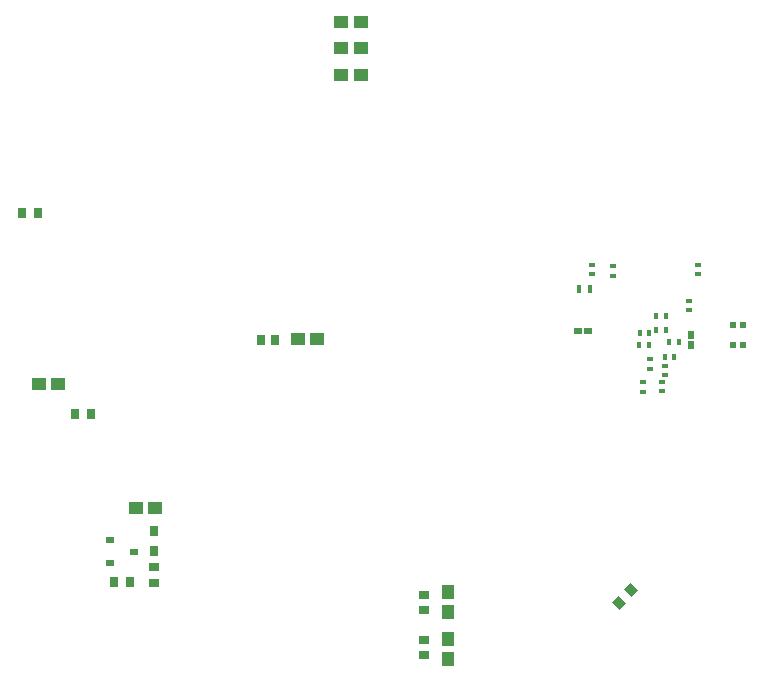
<source format=gbp>
G04*
G04 #@! TF.GenerationSoftware,Altium Limited,Altium Designer,24.0.1 (36)*
G04*
G04 Layer_Color=128*
%FSLAX44Y44*%
%MOMM*%
G71*
G04*
G04 #@! TF.SameCoordinates,043D453D-7082-4CC0-88CE-E1747F565096*
G04*
G04*
G04 #@! TF.FilePolarity,Positive*
G04*
G01*
G75*
%ADD26R,0.6587X0.8121*%
%ADD27R,0.7500X0.8500*%
%ADD55R,1.1581X1.0121*%
%ADD56R,1.0121X1.1581*%
%ADD57R,0.8121X0.7581*%
%ADD60R,0.6153X0.5725*%
%ADD78R,0.8121X0.6587*%
%ADD84R,0.8000X0.9000*%
G04:AMPARAMS|DCode=167|XSize=0.8mm|YSize=0.9mm|CornerRadius=0mm|HoleSize=0mm|Usage=FLASHONLY|Rotation=45.000|XOffset=0mm|YOffset=0mm|HoleType=Round|Shape=Rectangle|*
%AMROTATEDRECTD167*
4,1,4,0.0354,-0.6010,-0.6010,0.0354,-0.0354,0.6010,0.6010,-0.0354,0.0354,-0.6010,0.0*
%
%ADD167ROTATEDRECTD167*%

%ADD168R,0.5000X0.4000*%
%ADD169R,0.4000X0.5000*%
%ADD170R,0.4500X0.6750*%
%ADD171R,0.8000X0.6000*%
%ADD172R,0.6596X0.6158*%
%ADD173R,0.6158X0.6596*%
D26*
X184586Y236220D02*
D03*
X198120D02*
D03*
X107116Y548640D02*
D03*
X120650D02*
D03*
X165517Y378460D02*
D03*
X151983D02*
D03*
D27*
X309310Y440690D02*
D03*
X321310D02*
D03*
D55*
X121270Y403860D02*
D03*
X137810D02*
D03*
X393700Y688340D02*
D03*
X377160D02*
D03*
X393730Y665480D02*
D03*
X377190D02*
D03*
X393700Y709930D02*
D03*
X377160D02*
D03*
X219710Y298450D02*
D03*
X203170D02*
D03*
X356870Y441960D02*
D03*
X340330D02*
D03*
D56*
X467360Y170800D02*
D03*
Y187340D02*
D03*
Y210820D02*
D03*
Y227360D02*
D03*
D57*
X447040Y174070D02*
D03*
Y186610D02*
D03*
Y212170D02*
D03*
Y224710D02*
D03*
D60*
X708660Y436880D02*
D03*
X717231D02*
D03*
X708660Y453390D02*
D03*
X717231D02*
D03*
D78*
X218440Y248920D02*
D03*
Y235386D02*
D03*
D84*
Y279010D02*
D03*
Y262010D02*
D03*
D167*
X612140Y218440D02*
D03*
X622747Y229047D02*
D03*
D168*
X651510Y411100D02*
D03*
Y419100D02*
D03*
X648970Y397320D02*
D03*
Y405320D02*
D03*
X589280Y504380D02*
D03*
Y496380D02*
D03*
X632460Y397130D02*
D03*
Y405130D02*
D03*
X607060Y503300D02*
D03*
Y495300D02*
D03*
X671830Y473900D02*
D03*
Y465900D02*
D03*
X679450Y496570D02*
D03*
Y504570D02*
D03*
X638810Y416370D02*
D03*
Y424370D02*
D03*
D169*
X643890Y461010D02*
D03*
X651890D02*
D03*
X643890Y449580D02*
D03*
X651890D02*
D03*
X629730Y436880D02*
D03*
X637730D02*
D03*
X659130Y426720D02*
D03*
X651130D02*
D03*
X629920Y447040D02*
D03*
X637920D02*
D03*
X662940Y439420D02*
D03*
X654940D02*
D03*
D170*
X588010Y483870D02*
D03*
X578760D02*
D03*
D171*
X181670Y252120D02*
D03*
Y271120D02*
D03*
X201870Y261620D02*
D03*
D172*
X577397Y448310D02*
D03*
X585922D02*
D03*
D173*
X673100Y444953D02*
D03*
Y436427D02*
D03*
M02*

</source>
